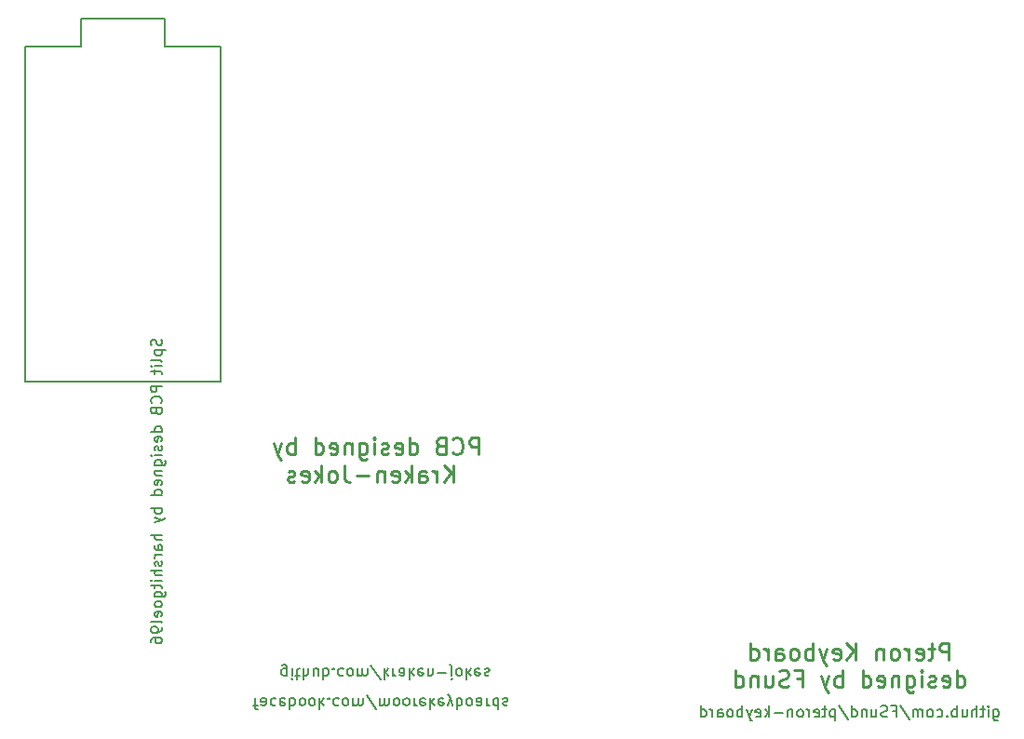
<source format=gbr>
%TF.GenerationSoftware,KiCad,Pcbnew,(5.1.7)-1*%
%TF.CreationDate,2021-04-13T17:15:28+05:30*%
%TF.ProjectId,Pteron56v0,50746572-6f6e-4353-9676-302e6b696361,rev?*%
%TF.SameCoordinates,Original*%
%TF.FileFunction,Legend,Bot*%
%TF.FilePolarity,Positive*%
%FSLAX46Y46*%
G04 Gerber Fmt 4.6, Leading zero omitted, Abs format (unit mm)*
G04 Created by KiCad (PCBNEW (5.1.7)-1) date 2021-04-13 17:15:28*
%MOMM*%
%LPD*%
G01*
G04 APERTURE LIST*
%ADD10C,0.250000*%
%ADD11C,0.150000*%
G04 APERTURE END LIST*
D10*
X131995428Y-81089571D02*
X131995428Y-79589571D01*
X131424000Y-79589571D01*
X131281142Y-79661000D01*
X131209714Y-79732428D01*
X131138285Y-79875285D01*
X131138285Y-80089571D01*
X131209714Y-80232428D01*
X131281142Y-80303857D01*
X131424000Y-80375285D01*
X131995428Y-80375285D01*
X129638285Y-80946714D02*
X129709714Y-81018142D01*
X129924000Y-81089571D01*
X130066857Y-81089571D01*
X130281142Y-81018142D01*
X130424000Y-80875285D01*
X130495428Y-80732428D01*
X130566857Y-80446714D01*
X130566857Y-80232428D01*
X130495428Y-79946714D01*
X130424000Y-79803857D01*
X130281142Y-79661000D01*
X130066857Y-79589571D01*
X129924000Y-79589571D01*
X129709714Y-79661000D01*
X129638285Y-79732428D01*
X128495428Y-80303857D02*
X128281142Y-80375285D01*
X128209714Y-80446714D01*
X128138285Y-80589571D01*
X128138285Y-80803857D01*
X128209714Y-80946714D01*
X128281142Y-81018142D01*
X128424000Y-81089571D01*
X128995428Y-81089571D01*
X128995428Y-79589571D01*
X128495428Y-79589571D01*
X128352571Y-79661000D01*
X128281142Y-79732428D01*
X128209714Y-79875285D01*
X128209714Y-80018142D01*
X128281142Y-80161000D01*
X128352571Y-80232428D01*
X128495428Y-80303857D01*
X128995428Y-80303857D01*
X125709714Y-81089571D02*
X125709714Y-79589571D01*
X125709714Y-81018142D02*
X125852571Y-81089571D01*
X126138285Y-81089571D01*
X126281142Y-81018142D01*
X126352571Y-80946714D01*
X126424000Y-80803857D01*
X126424000Y-80375285D01*
X126352571Y-80232428D01*
X126281142Y-80161000D01*
X126138285Y-80089571D01*
X125852571Y-80089571D01*
X125709714Y-80161000D01*
X124424000Y-81018142D02*
X124566857Y-81089571D01*
X124852571Y-81089571D01*
X124995428Y-81018142D01*
X125066857Y-80875285D01*
X125066857Y-80303857D01*
X124995428Y-80161000D01*
X124852571Y-80089571D01*
X124566857Y-80089571D01*
X124424000Y-80161000D01*
X124352571Y-80303857D01*
X124352571Y-80446714D01*
X125066857Y-80589571D01*
X123781142Y-81018142D02*
X123638285Y-81089571D01*
X123352571Y-81089571D01*
X123209714Y-81018142D01*
X123138285Y-80875285D01*
X123138285Y-80803857D01*
X123209714Y-80661000D01*
X123352571Y-80589571D01*
X123566857Y-80589571D01*
X123709714Y-80518142D01*
X123781142Y-80375285D01*
X123781142Y-80303857D01*
X123709714Y-80161000D01*
X123566857Y-80089571D01*
X123352571Y-80089571D01*
X123209714Y-80161000D01*
X122495428Y-81089571D02*
X122495428Y-80089571D01*
X122495428Y-79589571D02*
X122566857Y-79661000D01*
X122495428Y-79732428D01*
X122424000Y-79661000D01*
X122495428Y-79589571D01*
X122495428Y-79732428D01*
X121138285Y-80089571D02*
X121138285Y-81303857D01*
X121209714Y-81446714D01*
X121281142Y-81518142D01*
X121424000Y-81589571D01*
X121638285Y-81589571D01*
X121781142Y-81518142D01*
X121138285Y-81018142D02*
X121281142Y-81089571D01*
X121566857Y-81089571D01*
X121709714Y-81018142D01*
X121781142Y-80946714D01*
X121852571Y-80803857D01*
X121852571Y-80375285D01*
X121781142Y-80232428D01*
X121709714Y-80161000D01*
X121566857Y-80089571D01*
X121281142Y-80089571D01*
X121138285Y-80161000D01*
X120424000Y-80089571D02*
X120424000Y-81089571D01*
X120424000Y-80232428D02*
X120352571Y-80161000D01*
X120209714Y-80089571D01*
X119995428Y-80089571D01*
X119852571Y-80161000D01*
X119781142Y-80303857D01*
X119781142Y-81089571D01*
X118495428Y-81018142D02*
X118638285Y-81089571D01*
X118924000Y-81089571D01*
X119066857Y-81018142D01*
X119138285Y-80875285D01*
X119138285Y-80303857D01*
X119066857Y-80161000D01*
X118924000Y-80089571D01*
X118638285Y-80089571D01*
X118495428Y-80161000D01*
X118424000Y-80303857D01*
X118424000Y-80446714D01*
X119138285Y-80589571D01*
X117138285Y-81089571D02*
X117138285Y-79589571D01*
X117138285Y-81018142D02*
X117281142Y-81089571D01*
X117566857Y-81089571D01*
X117709714Y-81018142D01*
X117781142Y-80946714D01*
X117852571Y-80803857D01*
X117852571Y-80375285D01*
X117781142Y-80232428D01*
X117709714Y-80161000D01*
X117566857Y-80089571D01*
X117281142Y-80089571D01*
X117138285Y-80161000D01*
X115281142Y-81089571D02*
X115281142Y-79589571D01*
X115281142Y-80161000D02*
X115138285Y-80089571D01*
X114852571Y-80089571D01*
X114709714Y-80161000D01*
X114638285Y-80232428D01*
X114566857Y-80375285D01*
X114566857Y-80803857D01*
X114638285Y-80946714D01*
X114709714Y-81018142D01*
X114852571Y-81089571D01*
X115138285Y-81089571D01*
X115281142Y-81018142D01*
X114066857Y-80089571D02*
X113709714Y-81089571D01*
X113352571Y-80089571D02*
X113709714Y-81089571D01*
X113852571Y-81446714D01*
X113924000Y-81518142D01*
X114066857Y-81589571D01*
X129674000Y-83589571D02*
X129674000Y-82089571D01*
X128816857Y-83589571D02*
X129459714Y-82732428D01*
X128816857Y-82089571D02*
X129674000Y-82946714D01*
X128174000Y-83589571D02*
X128174000Y-82589571D01*
X128174000Y-82875285D02*
X128102571Y-82732428D01*
X128031142Y-82661000D01*
X127888285Y-82589571D01*
X127745428Y-82589571D01*
X126602571Y-83589571D02*
X126602571Y-82803857D01*
X126674000Y-82661000D01*
X126816857Y-82589571D01*
X127102571Y-82589571D01*
X127245428Y-82661000D01*
X126602571Y-83518142D02*
X126745428Y-83589571D01*
X127102571Y-83589571D01*
X127245428Y-83518142D01*
X127316857Y-83375285D01*
X127316857Y-83232428D01*
X127245428Y-83089571D01*
X127102571Y-83018142D01*
X126745428Y-83018142D01*
X126602571Y-82946714D01*
X125888285Y-83589571D02*
X125888285Y-82089571D01*
X125745428Y-83018142D02*
X125316857Y-83589571D01*
X125316857Y-82589571D02*
X125888285Y-83161000D01*
X124102571Y-83518142D02*
X124245428Y-83589571D01*
X124531142Y-83589571D01*
X124674000Y-83518142D01*
X124745428Y-83375285D01*
X124745428Y-82803857D01*
X124674000Y-82661000D01*
X124531142Y-82589571D01*
X124245428Y-82589571D01*
X124102571Y-82661000D01*
X124031142Y-82803857D01*
X124031142Y-82946714D01*
X124745428Y-83089571D01*
X123388285Y-82589571D02*
X123388285Y-83589571D01*
X123388285Y-82732428D02*
X123316857Y-82661000D01*
X123174000Y-82589571D01*
X122959714Y-82589571D01*
X122816857Y-82661000D01*
X122745428Y-82803857D01*
X122745428Y-83589571D01*
X122031142Y-83018142D02*
X120888285Y-83018142D01*
X119745428Y-82089571D02*
X119745428Y-83161000D01*
X119816857Y-83375285D01*
X119959714Y-83518142D01*
X120174000Y-83589571D01*
X120316857Y-83589571D01*
X118816857Y-83589571D02*
X118959714Y-83518142D01*
X119031142Y-83446714D01*
X119102571Y-83303857D01*
X119102571Y-82875285D01*
X119031142Y-82732428D01*
X118959714Y-82661000D01*
X118816857Y-82589571D01*
X118602571Y-82589571D01*
X118459714Y-82661000D01*
X118388285Y-82732428D01*
X118316857Y-82875285D01*
X118316857Y-83303857D01*
X118388285Y-83446714D01*
X118459714Y-83518142D01*
X118602571Y-83589571D01*
X118816857Y-83589571D01*
X117674000Y-83589571D02*
X117674000Y-82089571D01*
X117531142Y-83018142D02*
X117102571Y-83589571D01*
X117102571Y-82589571D02*
X117674000Y-83161000D01*
X115888285Y-83518142D02*
X116031142Y-83589571D01*
X116316857Y-83589571D01*
X116459714Y-83518142D01*
X116531142Y-83375285D01*
X116531142Y-82803857D01*
X116459714Y-82661000D01*
X116316857Y-82589571D01*
X116031142Y-82589571D01*
X115888285Y-82661000D01*
X115816857Y-82803857D01*
X115816857Y-82946714D01*
X116531142Y-83089571D01*
X115245428Y-83518142D02*
X115102571Y-83589571D01*
X114816857Y-83589571D01*
X114674000Y-83518142D01*
X114602571Y-83375285D01*
X114602571Y-83303857D01*
X114674000Y-83161000D01*
X114816857Y-83089571D01*
X115031142Y-83089571D01*
X115174000Y-83018142D01*
X115245428Y-82875285D01*
X115245428Y-82803857D01*
X115174000Y-82661000D01*
X115031142Y-82589571D01*
X114816857Y-82589571D01*
X114674000Y-82661000D01*
D11*
X103147761Y-70621666D02*
X103195380Y-70764523D01*
X103195380Y-71002619D01*
X103147761Y-71097857D01*
X103100142Y-71145476D01*
X103004904Y-71193095D01*
X102909666Y-71193095D01*
X102814428Y-71145476D01*
X102766809Y-71097857D01*
X102719190Y-71002619D01*
X102671571Y-70812142D01*
X102623952Y-70716904D01*
X102576333Y-70669285D01*
X102481095Y-70621666D01*
X102385857Y-70621666D01*
X102290619Y-70669285D01*
X102243000Y-70716904D01*
X102195380Y-70812142D01*
X102195380Y-71050238D01*
X102243000Y-71193095D01*
X102528714Y-71621666D02*
X103528714Y-71621666D01*
X102576333Y-71621666D02*
X102528714Y-71716904D01*
X102528714Y-71907380D01*
X102576333Y-72002619D01*
X102623952Y-72050238D01*
X102719190Y-72097857D01*
X103004904Y-72097857D01*
X103100142Y-72050238D01*
X103147761Y-72002619D01*
X103195380Y-71907380D01*
X103195380Y-71716904D01*
X103147761Y-71621666D01*
X103195380Y-72669285D02*
X103147761Y-72574047D01*
X103052523Y-72526428D01*
X102195380Y-72526428D01*
X103195380Y-73050238D02*
X102528714Y-73050238D01*
X102195380Y-73050238D02*
X102243000Y-73002619D01*
X102290619Y-73050238D01*
X102243000Y-73097857D01*
X102195380Y-73050238D01*
X102290619Y-73050238D01*
X102528714Y-73383571D02*
X102528714Y-73764523D01*
X102195380Y-73526428D02*
X103052523Y-73526428D01*
X103147761Y-73574047D01*
X103195380Y-73669285D01*
X103195380Y-73764523D01*
X103195380Y-74859761D02*
X102195380Y-74859761D01*
X102195380Y-75240714D01*
X102243000Y-75335952D01*
X102290619Y-75383571D01*
X102385857Y-75431190D01*
X102528714Y-75431190D01*
X102623952Y-75383571D01*
X102671571Y-75335952D01*
X102719190Y-75240714D01*
X102719190Y-74859761D01*
X103100142Y-76431190D02*
X103147761Y-76383571D01*
X103195380Y-76240714D01*
X103195380Y-76145476D01*
X103147761Y-76002619D01*
X103052523Y-75907380D01*
X102957285Y-75859761D01*
X102766809Y-75812142D01*
X102623952Y-75812142D01*
X102433476Y-75859761D01*
X102338238Y-75907380D01*
X102243000Y-76002619D01*
X102195380Y-76145476D01*
X102195380Y-76240714D01*
X102243000Y-76383571D01*
X102290619Y-76431190D01*
X102671571Y-77193095D02*
X102719190Y-77335952D01*
X102766809Y-77383571D01*
X102862047Y-77431190D01*
X103004904Y-77431190D01*
X103100142Y-77383571D01*
X103147761Y-77335952D01*
X103195380Y-77240714D01*
X103195380Y-76859761D01*
X102195380Y-76859761D01*
X102195380Y-77193095D01*
X102243000Y-77288333D01*
X102290619Y-77335952D01*
X102385857Y-77383571D01*
X102481095Y-77383571D01*
X102576333Y-77335952D01*
X102623952Y-77288333D01*
X102671571Y-77193095D01*
X102671571Y-76859761D01*
X103195380Y-79050238D02*
X102195380Y-79050238D01*
X103147761Y-79050238D02*
X103195380Y-78954999D01*
X103195380Y-78764523D01*
X103147761Y-78669285D01*
X103100142Y-78621666D01*
X103004904Y-78574047D01*
X102719190Y-78574047D01*
X102623952Y-78621666D01*
X102576333Y-78669285D01*
X102528714Y-78764523D01*
X102528714Y-78954999D01*
X102576333Y-79050238D01*
X103147761Y-79907380D02*
X103195380Y-79812142D01*
X103195380Y-79621666D01*
X103147761Y-79526428D01*
X103052523Y-79478809D01*
X102671571Y-79478809D01*
X102576333Y-79526428D01*
X102528714Y-79621666D01*
X102528714Y-79812142D01*
X102576333Y-79907380D01*
X102671571Y-79954999D01*
X102766809Y-79954999D01*
X102862047Y-79478809D01*
X103147761Y-80335952D02*
X103195380Y-80431190D01*
X103195380Y-80621666D01*
X103147761Y-80716904D01*
X103052523Y-80764523D01*
X103004904Y-80764523D01*
X102909666Y-80716904D01*
X102862047Y-80621666D01*
X102862047Y-80478809D01*
X102814428Y-80383571D01*
X102719190Y-80335952D01*
X102671571Y-80335952D01*
X102576333Y-80383571D01*
X102528714Y-80478809D01*
X102528714Y-80621666D01*
X102576333Y-80716904D01*
X103195380Y-81193095D02*
X102528714Y-81193095D01*
X102195380Y-81193095D02*
X102243000Y-81145476D01*
X102290619Y-81193095D01*
X102243000Y-81240714D01*
X102195380Y-81193095D01*
X102290619Y-81193095D01*
X102528714Y-82097857D02*
X103338238Y-82097857D01*
X103433476Y-82050238D01*
X103481095Y-82002619D01*
X103528714Y-81907380D01*
X103528714Y-81764523D01*
X103481095Y-81669285D01*
X103147761Y-82097857D02*
X103195380Y-82002619D01*
X103195380Y-81812142D01*
X103147761Y-81716904D01*
X103100142Y-81669285D01*
X103004904Y-81621666D01*
X102719190Y-81621666D01*
X102623952Y-81669285D01*
X102576333Y-81716904D01*
X102528714Y-81812142D01*
X102528714Y-82002619D01*
X102576333Y-82097857D01*
X102528714Y-82574047D02*
X103195380Y-82574047D01*
X102623952Y-82574047D02*
X102576333Y-82621666D01*
X102528714Y-82716904D01*
X102528714Y-82859761D01*
X102576333Y-82954999D01*
X102671571Y-83002619D01*
X103195380Y-83002619D01*
X103147761Y-83859761D02*
X103195380Y-83764523D01*
X103195380Y-83574047D01*
X103147761Y-83478809D01*
X103052523Y-83431190D01*
X102671571Y-83431190D01*
X102576333Y-83478809D01*
X102528714Y-83574047D01*
X102528714Y-83764523D01*
X102576333Y-83859761D01*
X102671571Y-83907380D01*
X102766809Y-83907380D01*
X102862047Y-83431190D01*
X103195380Y-84764523D02*
X102195380Y-84764523D01*
X103147761Y-84764523D02*
X103195380Y-84669285D01*
X103195380Y-84478809D01*
X103147761Y-84383571D01*
X103100142Y-84335952D01*
X103004904Y-84288333D01*
X102719190Y-84288333D01*
X102623952Y-84335952D01*
X102576333Y-84383571D01*
X102528714Y-84478809D01*
X102528714Y-84669285D01*
X102576333Y-84764523D01*
X103195380Y-86002619D02*
X102195380Y-86002619D01*
X102576333Y-86002619D02*
X102528714Y-86097857D01*
X102528714Y-86288333D01*
X102576333Y-86383571D01*
X102623952Y-86431190D01*
X102719190Y-86478809D01*
X103004904Y-86478809D01*
X103100142Y-86431190D01*
X103147761Y-86383571D01*
X103195380Y-86288333D01*
X103195380Y-86097857D01*
X103147761Y-86002619D01*
X102528714Y-86812142D02*
X103195380Y-87050238D01*
X102528714Y-87288333D02*
X103195380Y-87050238D01*
X103433476Y-86954999D01*
X103481095Y-86907380D01*
X103528714Y-86812142D01*
X103195380Y-88431190D02*
X102195380Y-88431190D01*
X103195380Y-88859761D02*
X102671571Y-88859761D01*
X102576333Y-88812142D01*
X102528714Y-88716904D01*
X102528714Y-88574047D01*
X102576333Y-88478809D01*
X102623952Y-88431190D01*
X103195380Y-89764523D02*
X102671571Y-89764523D01*
X102576333Y-89716904D01*
X102528714Y-89621666D01*
X102528714Y-89431190D01*
X102576333Y-89335952D01*
X103147761Y-89764523D02*
X103195380Y-89669285D01*
X103195380Y-89431190D01*
X103147761Y-89335952D01*
X103052523Y-89288333D01*
X102957285Y-89288333D01*
X102862047Y-89335952D01*
X102814428Y-89431190D01*
X102814428Y-89669285D01*
X102766809Y-89764523D01*
X103195380Y-90240714D02*
X102528714Y-90240714D01*
X102719190Y-90240714D02*
X102623952Y-90288333D01*
X102576333Y-90335952D01*
X102528714Y-90431190D01*
X102528714Y-90526428D01*
X103147761Y-90812142D02*
X103195380Y-90907380D01*
X103195380Y-91097857D01*
X103147761Y-91193095D01*
X103052523Y-91240714D01*
X103004904Y-91240714D01*
X102909666Y-91193095D01*
X102862047Y-91097857D01*
X102862047Y-90954999D01*
X102814428Y-90859761D01*
X102719190Y-90812142D01*
X102671571Y-90812142D01*
X102576333Y-90859761D01*
X102528714Y-90954999D01*
X102528714Y-91097857D01*
X102576333Y-91193095D01*
X103195380Y-91669285D02*
X102195380Y-91669285D01*
X103195380Y-92097857D02*
X102671571Y-92097857D01*
X102576333Y-92050238D01*
X102528714Y-91954999D01*
X102528714Y-91812142D01*
X102576333Y-91716904D01*
X102623952Y-91669285D01*
X103195380Y-92574047D02*
X102528714Y-92574047D01*
X102195380Y-92574047D02*
X102243000Y-92526428D01*
X102290619Y-92574047D01*
X102243000Y-92621666D01*
X102195380Y-92574047D01*
X102290619Y-92574047D01*
X102528714Y-92907380D02*
X102528714Y-93288333D01*
X102195380Y-93050238D02*
X103052523Y-93050238D01*
X103147761Y-93097857D01*
X103195380Y-93193095D01*
X103195380Y-93288333D01*
X102528714Y-94050238D02*
X103338238Y-94050238D01*
X103433476Y-94002619D01*
X103481095Y-93954999D01*
X103528714Y-93859761D01*
X103528714Y-93716904D01*
X103481095Y-93621666D01*
X103147761Y-94050238D02*
X103195380Y-93954999D01*
X103195380Y-93764523D01*
X103147761Y-93669285D01*
X103100142Y-93621666D01*
X103004904Y-93574047D01*
X102719190Y-93574047D01*
X102623952Y-93621666D01*
X102576333Y-93669285D01*
X102528714Y-93764523D01*
X102528714Y-93954999D01*
X102576333Y-94050238D01*
X103195380Y-94669285D02*
X103147761Y-94574047D01*
X103100142Y-94526428D01*
X103004904Y-94478809D01*
X102719190Y-94478809D01*
X102623952Y-94526428D01*
X102576333Y-94574047D01*
X102528714Y-94669285D01*
X102528714Y-94812142D01*
X102576333Y-94907380D01*
X102623952Y-94954999D01*
X102719190Y-95002619D01*
X103004904Y-95002619D01*
X103100142Y-94954999D01*
X103147761Y-94907380D01*
X103195380Y-94812142D01*
X103195380Y-94669285D01*
X103147761Y-95812142D02*
X103195380Y-95716904D01*
X103195380Y-95526428D01*
X103147761Y-95431190D01*
X103052523Y-95383571D01*
X102671571Y-95383571D01*
X102576333Y-95431190D01*
X102528714Y-95526428D01*
X102528714Y-95716904D01*
X102576333Y-95812142D01*
X102671571Y-95859761D01*
X102766809Y-95859761D01*
X102862047Y-95383571D01*
X103195380Y-96431190D02*
X103147761Y-96335952D01*
X103052523Y-96288333D01*
X102195380Y-96288333D01*
X103195380Y-96859761D02*
X103195380Y-97050238D01*
X103147761Y-97145476D01*
X103100142Y-97193095D01*
X102957285Y-97288333D01*
X102766809Y-97335952D01*
X102385857Y-97335952D01*
X102290619Y-97288333D01*
X102243000Y-97240714D01*
X102195380Y-97145476D01*
X102195380Y-96954999D01*
X102243000Y-96859761D01*
X102290619Y-96812142D01*
X102385857Y-96764523D01*
X102623952Y-96764523D01*
X102719190Y-96812142D01*
X102766809Y-96859761D01*
X102814428Y-96954999D01*
X102814428Y-97145476D01*
X102766809Y-97240714D01*
X102719190Y-97288333D01*
X102623952Y-97335952D01*
X102195380Y-98193095D02*
X102195380Y-98002619D01*
X102243000Y-97907380D01*
X102290619Y-97859761D01*
X102433476Y-97764523D01*
X102623952Y-97716904D01*
X103004904Y-97716904D01*
X103100142Y-97764523D01*
X103147761Y-97812142D01*
X103195380Y-97907380D01*
X103195380Y-98097857D01*
X103147761Y-98193095D01*
X103100142Y-98240714D01*
X103004904Y-98288333D01*
X102766809Y-98288333D01*
X102671571Y-98240714D01*
X102623952Y-98193095D01*
X102576333Y-98097857D01*
X102576333Y-97907380D01*
X102623952Y-97812142D01*
X102671571Y-97764523D01*
X102766809Y-97716904D01*
D10*
X174735000Y-99758571D02*
X174735000Y-98258571D01*
X174163571Y-98258571D01*
X174020714Y-98330000D01*
X173949285Y-98401428D01*
X173877857Y-98544285D01*
X173877857Y-98758571D01*
X173949285Y-98901428D01*
X174020714Y-98972857D01*
X174163571Y-99044285D01*
X174735000Y-99044285D01*
X173449285Y-98758571D02*
X172877857Y-98758571D01*
X173235000Y-98258571D02*
X173235000Y-99544285D01*
X173163571Y-99687142D01*
X173020714Y-99758571D01*
X172877857Y-99758571D01*
X171806428Y-99687142D02*
X171949285Y-99758571D01*
X172235000Y-99758571D01*
X172377857Y-99687142D01*
X172449285Y-99544285D01*
X172449285Y-98972857D01*
X172377857Y-98830000D01*
X172235000Y-98758571D01*
X171949285Y-98758571D01*
X171806428Y-98830000D01*
X171735000Y-98972857D01*
X171735000Y-99115714D01*
X172449285Y-99258571D01*
X171092142Y-99758571D02*
X171092142Y-98758571D01*
X171092142Y-99044285D02*
X171020714Y-98901428D01*
X170949285Y-98830000D01*
X170806428Y-98758571D01*
X170663571Y-98758571D01*
X169949285Y-99758571D02*
X170092142Y-99687142D01*
X170163571Y-99615714D01*
X170235000Y-99472857D01*
X170235000Y-99044285D01*
X170163571Y-98901428D01*
X170092142Y-98830000D01*
X169949285Y-98758571D01*
X169735000Y-98758571D01*
X169592142Y-98830000D01*
X169520714Y-98901428D01*
X169449285Y-99044285D01*
X169449285Y-99472857D01*
X169520714Y-99615714D01*
X169592142Y-99687142D01*
X169735000Y-99758571D01*
X169949285Y-99758571D01*
X168806428Y-98758571D02*
X168806428Y-99758571D01*
X168806428Y-98901428D02*
X168735000Y-98830000D01*
X168592142Y-98758571D01*
X168377857Y-98758571D01*
X168235000Y-98830000D01*
X168163571Y-98972857D01*
X168163571Y-99758571D01*
X166306428Y-99758571D02*
X166306428Y-98258571D01*
X165449285Y-99758571D02*
X166092142Y-98901428D01*
X165449285Y-98258571D02*
X166306428Y-99115714D01*
X164235000Y-99687142D02*
X164377857Y-99758571D01*
X164663571Y-99758571D01*
X164806428Y-99687142D01*
X164877857Y-99544285D01*
X164877857Y-98972857D01*
X164806428Y-98830000D01*
X164663571Y-98758571D01*
X164377857Y-98758571D01*
X164235000Y-98830000D01*
X164163571Y-98972857D01*
X164163571Y-99115714D01*
X164877857Y-99258571D01*
X163663571Y-98758571D02*
X163306428Y-99758571D01*
X162949285Y-98758571D02*
X163306428Y-99758571D01*
X163449285Y-100115714D01*
X163520714Y-100187142D01*
X163663571Y-100258571D01*
X162377857Y-99758571D02*
X162377857Y-98258571D01*
X162377857Y-98830000D02*
X162235000Y-98758571D01*
X161949285Y-98758571D01*
X161806428Y-98830000D01*
X161735000Y-98901428D01*
X161663571Y-99044285D01*
X161663571Y-99472857D01*
X161735000Y-99615714D01*
X161806428Y-99687142D01*
X161949285Y-99758571D01*
X162235000Y-99758571D01*
X162377857Y-99687142D01*
X160806428Y-99758571D02*
X160949285Y-99687142D01*
X161020714Y-99615714D01*
X161092142Y-99472857D01*
X161092142Y-99044285D01*
X161020714Y-98901428D01*
X160949285Y-98830000D01*
X160806428Y-98758571D01*
X160592142Y-98758571D01*
X160449285Y-98830000D01*
X160377857Y-98901428D01*
X160306428Y-99044285D01*
X160306428Y-99472857D01*
X160377857Y-99615714D01*
X160449285Y-99687142D01*
X160592142Y-99758571D01*
X160806428Y-99758571D01*
X159020714Y-99758571D02*
X159020714Y-98972857D01*
X159092142Y-98830000D01*
X159235000Y-98758571D01*
X159520714Y-98758571D01*
X159663571Y-98830000D01*
X159020714Y-99687142D02*
X159163571Y-99758571D01*
X159520714Y-99758571D01*
X159663571Y-99687142D01*
X159735000Y-99544285D01*
X159735000Y-99401428D01*
X159663571Y-99258571D01*
X159520714Y-99187142D01*
X159163571Y-99187142D01*
X159020714Y-99115714D01*
X158306428Y-99758571D02*
X158306428Y-98758571D01*
X158306428Y-99044285D02*
X158235000Y-98901428D01*
X158163571Y-98830000D01*
X158020714Y-98758571D01*
X157877857Y-98758571D01*
X156735000Y-99758571D02*
X156735000Y-98258571D01*
X156735000Y-99687142D02*
X156877857Y-99758571D01*
X157163571Y-99758571D01*
X157306428Y-99687142D01*
X157377857Y-99615714D01*
X157449285Y-99472857D01*
X157449285Y-99044285D01*
X157377857Y-98901428D01*
X157306428Y-98830000D01*
X157163571Y-98758571D01*
X156877857Y-98758571D01*
X156735000Y-98830000D01*
X175485000Y-102258571D02*
X175485000Y-100758571D01*
X175485000Y-102187142D02*
X175627857Y-102258571D01*
X175913571Y-102258571D01*
X176056428Y-102187142D01*
X176127857Y-102115714D01*
X176199285Y-101972857D01*
X176199285Y-101544285D01*
X176127857Y-101401428D01*
X176056428Y-101330000D01*
X175913571Y-101258571D01*
X175627857Y-101258571D01*
X175485000Y-101330000D01*
X174199285Y-102187142D02*
X174342142Y-102258571D01*
X174627857Y-102258571D01*
X174770714Y-102187142D01*
X174842142Y-102044285D01*
X174842142Y-101472857D01*
X174770714Y-101330000D01*
X174627857Y-101258571D01*
X174342142Y-101258571D01*
X174199285Y-101330000D01*
X174127857Y-101472857D01*
X174127857Y-101615714D01*
X174842142Y-101758571D01*
X173556428Y-102187142D02*
X173413571Y-102258571D01*
X173127857Y-102258571D01*
X172985000Y-102187142D01*
X172913571Y-102044285D01*
X172913571Y-101972857D01*
X172985000Y-101830000D01*
X173127857Y-101758571D01*
X173342142Y-101758571D01*
X173485000Y-101687142D01*
X173556428Y-101544285D01*
X173556428Y-101472857D01*
X173485000Y-101330000D01*
X173342142Y-101258571D01*
X173127857Y-101258571D01*
X172985000Y-101330000D01*
X172270714Y-102258571D02*
X172270714Y-101258571D01*
X172270714Y-100758571D02*
X172342142Y-100830000D01*
X172270714Y-100901428D01*
X172199285Y-100830000D01*
X172270714Y-100758571D01*
X172270714Y-100901428D01*
X170913571Y-101258571D02*
X170913571Y-102472857D01*
X170985000Y-102615714D01*
X171056428Y-102687142D01*
X171199285Y-102758571D01*
X171413571Y-102758571D01*
X171556428Y-102687142D01*
X170913571Y-102187142D02*
X171056428Y-102258571D01*
X171342142Y-102258571D01*
X171485000Y-102187142D01*
X171556428Y-102115714D01*
X171627857Y-101972857D01*
X171627857Y-101544285D01*
X171556428Y-101401428D01*
X171485000Y-101330000D01*
X171342142Y-101258571D01*
X171056428Y-101258571D01*
X170913571Y-101330000D01*
X170199285Y-101258571D02*
X170199285Y-102258571D01*
X170199285Y-101401428D02*
X170127857Y-101330000D01*
X169985000Y-101258571D01*
X169770714Y-101258571D01*
X169627857Y-101330000D01*
X169556428Y-101472857D01*
X169556428Y-102258571D01*
X168270714Y-102187142D02*
X168413571Y-102258571D01*
X168699285Y-102258571D01*
X168842142Y-102187142D01*
X168913571Y-102044285D01*
X168913571Y-101472857D01*
X168842142Y-101330000D01*
X168699285Y-101258571D01*
X168413571Y-101258571D01*
X168270714Y-101330000D01*
X168199285Y-101472857D01*
X168199285Y-101615714D01*
X168913571Y-101758571D01*
X166913571Y-102258571D02*
X166913571Y-100758571D01*
X166913571Y-102187142D02*
X167056428Y-102258571D01*
X167342142Y-102258571D01*
X167485000Y-102187142D01*
X167556428Y-102115714D01*
X167627857Y-101972857D01*
X167627857Y-101544285D01*
X167556428Y-101401428D01*
X167485000Y-101330000D01*
X167342142Y-101258571D01*
X167056428Y-101258571D01*
X166913571Y-101330000D01*
X165056428Y-102258571D02*
X165056428Y-100758571D01*
X165056428Y-101330000D02*
X164913571Y-101258571D01*
X164627857Y-101258571D01*
X164485000Y-101330000D01*
X164413571Y-101401428D01*
X164342142Y-101544285D01*
X164342142Y-101972857D01*
X164413571Y-102115714D01*
X164485000Y-102187142D01*
X164627857Y-102258571D01*
X164913571Y-102258571D01*
X165056428Y-102187142D01*
X163842142Y-101258571D02*
X163485000Y-102258571D01*
X163127857Y-101258571D02*
X163485000Y-102258571D01*
X163627857Y-102615714D01*
X163699285Y-102687142D01*
X163842142Y-102758571D01*
X160913571Y-101472857D02*
X161413571Y-101472857D01*
X161413571Y-102258571D02*
X161413571Y-100758571D01*
X160699285Y-100758571D01*
X160199285Y-102187142D02*
X159985000Y-102258571D01*
X159627857Y-102258571D01*
X159485000Y-102187142D01*
X159413571Y-102115714D01*
X159342142Y-101972857D01*
X159342142Y-101830000D01*
X159413571Y-101687142D01*
X159485000Y-101615714D01*
X159627857Y-101544285D01*
X159913571Y-101472857D01*
X160056428Y-101401428D01*
X160127857Y-101330000D01*
X160199285Y-101187142D01*
X160199285Y-101044285D01*
X160127857Y-100901428D01*
X160056428Y-100830000D01*
X159913571Y-100758571D01*
X159556428Y-100758571D01*
X159342142Y-100830000D01*
X158056428Y-101258571D02*
X158056428Y-102258571D01*
X158699285Y-101258571D02*
X158699285Y-102044285D01*
X158627857Y-102187142D01*
X158485000Y-102258571D01*
X158270714Y-102258571D01*
X158127857Y-102187142D01*
X158056428Y-102115714D01*
X157342142Y-101258571D02*
X157342142Y-102258571D01*
X157342142Y-101401428D02*
X157270714Y-101330000D01*
X157127857Y-101258571D01*
X156913571Y-101258571D01*
X156770714Y-101330000D01*
X156699285Y-101472857D01*
X156699285Y-102258571D01*
X155342142Y-102258571D02*
X155342142Y-100758571D01*
X155342142Y-102187142D02*
X155485000Y-102258571D01*
X155770714Y-102258571D01*
X155913571Y-102187142D01*
X155985000Y-102115714D01*
X156056428Y-101972857D01*
X156056428Y-101544285D01*
X155985000Y-101401428D01*
X155913571Y-101330000D01*
X155770714Y-101258571D01*
X155485000Y-101258571D01*
X155342142Y-101330000D01*
D11*
X114531309Y-101217385D02*
X114531309Y-100407861D01*
X114483690Y-100312623D01*
X114436071Y-100265004D01*
X114340833Y-100217385D01*
X114197976Y-100217385D01*
X114102738Y-100265004D01*
X114531309Y-100598338D02*
X114436071Y-100550719D01*
X114245595Y-100550719D01*
X114150357Y-100598338D01*
X114102738Y-100645957D01*
X114055119Y-100741195D01*
X114055119Y-101026909D01*
X114102738Y-101122147D01*
X114150357Y-101169766D01*
X114245595Y-101217385D01*
X114436071Y-101217385D01*
X114531309Y-101169766D01*
X115007500Y-100550719D02*
X115007500Y-101217385D01*
X115007500Y-101550719D02*
X114959880Y-101503100D01*
X115007500Y-101455480D01*
X115055119Y-101503100D01*
X115007500Y-101550719D01*
X115007500Y-101455480D01*
X115340833Y-101217385D02*
X115721785Y-101217385D01*
X115483690Y-101550719D02*
X115483690Y-100693576D01*
X115531309Y-100598338D01*
X115626547Y-100550719D01*
X115721785Y-100550719D01*
X116055119Y-100550719D02*
X116055119Y-101550719D01*
X116483690Y-100550719D02*
X116483690Y-101074528D01*
X116436071Y-101169766D01*
X116340833Y-101217385D01*
X116197976Y-101217385D01*
X116102738Y-101169766D01*
X116055119Y-101122147D01*
X117388452Y-101217385D02*
X117388452Y-100550719D01*
X116959880Y-101217385D02*
X116959880Y-100693576D01*
X117007500Y-100598338D01*
X117102738Y-100550719D01*
X117245595Y-100550719D01*
X117340833Y-100598338D01*
X117388452Y-100645957D01*
X117864642Y-100550719D02*
X117864642Y-101550719D01*
X117864642Y-101169766D02*
X117959880Y-101217385D01*
X118150357Y-101217385D01*
X118245595Y-101169766D01*
X118293214Y-101122147D01*
X118340833Y-101026909D01*
X118340833Y-100741195D01*
X118293214Y-100645957D01*
X118245595Y-100598338D01*
X118150357Y-100550719D01*
X117959880Y-100550719D01*
X117864642Y-100598338D01*
X118769404Y-100645957D02*
X118817023Y-100598338D01*
X118769404Y-100550719D01*
X118721785Y-100598338D01*
X118769404Y-100645957D01*
X118769404Y-100550719D01*
X119674166Y-100598338D02*
X119578928Y-100550719D01*
X119388452Y-100550719D01*
X119293214Y-100598338D01*
X119245595Y-100645957D01*
X119197976Y-100741195D01*
X119197976Y-101026909D01*
X119245595Y-101122147D01*
X119293214Y-101169766D01*
X119388452Y-101217385D01*
X119578928Y-101217385D01*
X119674166Y-101169766D01*
X120245595Y-100550719D02*
X120150357Y-100598338D01*
X120102738Y-100645957D01*
X120055119Y-100741195D01*
X120055119Y-101026909D01*
X120102738Y-101122147D01*
X120150357Y-101169766D01*
X120245595Y-101217385D01*
X120388452Y-101217385D01*
X120483690Y-101169766D01*
X120531309Y-101122147D01*
X120578928Y-101026909D01*
X120578928Y-100741195D01*
X120531309Y-100645957D01*
X120483690Y-100598338D01*
X120388452Y-100550719D01*
X120245595Y-100550719D01*
X121007500Y-100550719D02*
X121007500Y-101217385D01*
X121007500Y-101122147D02*
X121055119Y-101169766D01*
X121150357Y-101217385D01*
X121293214Y-101217385D01*
X121388452Y-101169766D01*
X121436071Y-101074528D01*
X121436071Y-100550719D01*
X121436071Y-101074528D02*
X121483690Y-101169766D01*
X121578928Y-101217385D01*
X121721785Y-101217385D01*
X121817023Y-101169766D01*
X121864642Y-101074528D01*
X121864642Y-100550719D01*
X123055119Y-101598338D02*
X122197976Y-100312623D01*
X123388452Y-100550719D02*
X123388452Y-101550719D01*
X123483690Y-100931671D02*
X123769404Y-100550719D01*
X123769404Y-101217385D02*
X123388452Y-100836433D01*
X124197976Y-100550719D02*
X124197976Y-101217385D01*
X124197976Y-101026909D02*
X124245595Y-101122147D01*
X124293214Y-101169766D01*
X124388452Y-101217385D01*
X124483690Y-101217385D01*
X125245595Y-100550719D02*
X125245595Y-101074528D01*
X125197976Y-101169766D01*
X125102738Y-101217385D01*
X124912261Y-101217385D01*
X124817023Y-101169766D01*
X125245595Y-100598338D02*
X125150357Y-100550719D01*
X124912261Y-100550719D01*
X124817023Y-100598338D01*
X124769404Y-100693576D01*
X124769404Y-100788814D01*
X124817023Y-100884052D01*
X124912261Y-100931671D01*
X125150357Y-100931671D01*
X125245595Y-100979290D01*
X125721785Y-100550719D02*
X125721785Y-101550719D01*
X125817023Y-100931671D02*
X126102738Y-100550719D01*
X126102738Y-101217385D02*
X125721785Y-100836433D01*
X126912261Y-100598338D02*
X126817023Y-100550719D01*
X126626547Y-100550719D01*
X126531309Y-100598338D01*
X126483690Y-100693576D01*
X126483690Y-101074528D01*
X126531309Y-101169766D01*
X126626547Y-101217385D01*
X126817023Y-101217385D01*
X126912261Y-101169766D01*
X126959880Y-101074528D01*
X126959880Y-100979290D01*
X126483690Y-100884052D01*
X127388452Y-101217385D02*
X127388452Y-100550719D01*
X127388452Y-101122147D02*
X127436071Y-101169766D01*
X127531309Y-101217385D01*
X127674166Y-101217385D01*
X127769404Y-101169766D01*
X127817023Y-101074528D01*
X127817023Y-100550719D01*
X128293214Y-100931671D02*
X129055119Y-100931671D01*
X129531309Y-101217385D02*
X129531309Y-100360242D01*
X129483690Y-100265004D01*
X129388452Y-100217385D01*
X129340833Y-100217385D01*
X129531309Y-101550719D02*
X129483690Y-101503100D01*
X129531309Y-101455480D01*
X129578928Y-101503100D01*
X129531309Y-101550719D01*
X129531309Y-101455480D01*
X130150357Y-100550719D02*
X130055119Y-100598338D01*
X130007500Y-100645957D01*
X129959880Y-100741195D01*
X129959880Y-101026909D01*
X130007500Y-101122147D01*
X130055119Y-101169766D01*
X130150357Y-101217385D01*
X130293214Y-101217385D01*
X130388452Y-101169766D01*
X130436071Y-101122147D01*
X130483690Y-101026909D01*
X130483690Y-100741195D01*
X130436071Y-100645957D01*
X130388452Y-100598338D01*
X130293214Y-100550719D01*
X130150357Y-100550719D01*
X130912261Y-100550719D02*
X130912261Y-101550719D01*
X131007500Y-100931671D02*
X131293214Y-100550719D01*
X131293214Y-101217385D02*
X130912261Y-100836433D01*
X132102738Y-100598338D02*
X132007500Y-100550719D01*
X131817023Y-100550719D01*
X131721785Y-100598338D01*
X131674166Y-100693576D01*
X131674166Y-101074528D01*
X131721785Y-101169766D01*
X131817023Y-101217385D01*
X132007500Y-101217385D01*
X132102738Y-101169766D01*
X132150357Y-101074528D01*
X132150357Y-100979290D01*
X131674166Y-100884052D01*
X132531309Y-100598338D02*
X132626547Y-100550719D01*
X132817023Y-100550719D01*
X132912261Y-100598338D01*
X132959880Y-100693576D01*
X132959880Y-100741195D01*
X132912261Y-100836433D01*
X132817023Y-100884052D01*
X132674166Y-100884052D01*
X132578928Y-100931671D01*
X132531309Y-101026909D01*
X132531309Y-101074528D01*
X132578928Y-101169766D01*
X132674166Y-101217385D01*
X132817023Y-101217385D01*
X132912261Y-101169766D01*
X178830238Y-104306714D02*
X178830238Y-105116238D01*
X178877857Y-105211476D01*
X178925476Y-105259095D01*
X179020714Y-105306714D01*
X179163571Y-105306714D01*
X179258809Y-105259095D01*
X178830238Y-104925761D02*
X178925476Y-104973380D01*
X179115952Y-104973380D01*
X179211190Y-104925761D01*
X179258809Y-104878142D01*
X179306428Y-104782904D01*
X179306428Y-104497190D01*
X179258809Y-104401952D01*
X179211190Y-104354333D01*
X179115952Y-104306714D01*
X178925476Y-104306714D01*
X178830238Y-104354333D01*
X178354047Y-104973380D02*
X178354047Y-104306714D01*
X178354047Y-103973380D02*
X178401666Y-104021000D01*
X178354047Y-104068619D01*
X178306428Y-104021000D01*
X178354047Y-103973380D01*
X178354047Y-104068619D01*
X178020714Y-104306714D02*
X177639761Y-104306714D01*
X177877857Y-103973380D02*
X177877857Y-104830523D01*
X177830238Y-104925761D01*
X177735000Y-104973380D01*
X177639761Y-104973380D01*
X177306428Y-104973380D02*
X177306428Y-103973380D01*
X176877857Y-104973380D02*
X176877857Y-104449571D01*
X176925476Y-104354333D01*
X177020714Y-104306714D01*
X177163571Y-104306714D01*
X177258809Y-104354333D01*
X177306428Y-104401952D01*
X175973095Y-104306714D02*
X175973095Y-104973380D01*
X176401666Y-104306714D02*
X176401666Y-104830523D01*
X176354047Y-104925761D01*
X176258809Y-104973380D01*
X176115952Y-104973380D01*
X176020714Y-104925761D01*
X175973095Y-104878142D01*
X175496904Y-104973380D02*
X175496904Y-103973380D01*
X175496904Y-104354333D02*
X175401666Y-104306714D01*
X175211190Y-104306714D01*
X175115952Y-104354333D01*
X175068333Y-104401952D01*
X175020714Y-104497190D01*
X175020714Y-104782904D01*
X175068333Y-104878142D01*
X175115952Y-104925761D01*
X175211190Y-104973380D01*
X175401666Y-104973380D01*
X175496904Y-104925761D01*
X174592142Y-104878142D02*
X174544523Y-104925761D01*
X174592142Y-104973380D01*
X174639761Y-104925761D01*
X174592142Y-104878142D01*
X174592142Y-104973380D01*
X173687380Y-104925761D02*
X173782619Y-104973380D01*
X173973095Y-104973380D01*
X174068333Y-104925761D01*
X174115952Y-104878142D01*
X174163571Y-104782904D01*
X174163571Y-104497190D01*
X174115952Y-104401952D01*
X174068333Y-104354333D01*
X173973095Y-104306714D01*
X173782619Y-104306714D01*
X173687380Y-104354333D01*
X173115952Y-104973380D02*
X173211190Y-104925761D01*
X173258809Y-104878142D01*
X173306428Y-104782904D01*
X173306428Y-104497190D01*
X173258809Y-104401952D01*
X173211190Y-104354333D01*
X173115952Y-104306714D01*
X172973095Y-104306714D01*
X172877857Y-104354333D01*
X172830238Y-104401952D01*
X172782619Y-104497190D01*
X172782619Y-104782904D01*
X172830238Y-104878142D01*
X172877857Y-104925761D01*
X172973095Y-104973380D01*
X173115952Y-104973380D01*
X172354047Y-104973380D02*
X172354047Y-104306714D01*
X172354047Y-104401952D02*
X172306428Y-104354333D01*
X172211190Y-104306714D01*
X172068333Y-104306714D01*
X171973095Y-104354333D01*
X171925476Y-104449571D01*
X171925476Y-104973380D01*
X171925476Y-104449571D02*
X171877857Y-104354333D01*
X171782619Y-104306714D01*
X171639761Y-104306714D01*
X171544523Y-104354333D01*
X171496904Y-104449571D01*
X171496904Y-104973380D01*
X170306428Y-103925761D02*
X171163571Y-105211476D01*
X169639761Y-104449571D02*
X169973095Y-104449571D01*
X169973095Y-104973380D02*
X169973095Y-103973380D01*
X169496904Y-103973380D01*
X169163571Y-104925761D02*
X169020714Y-104973380D01*
X168782619Y-104973380D01*
X168687380Y-104925761D01*
X168639761Y-104878142D01*
X168592142Y-104782904D01*
X168592142Y-104687666D01*
X168639761Y-104592428D01*
X168687380Y-104544809D01*
X168782619Y-104497190D01*
X168973095Y-104449571D01*
X169068333Y-104401952D01*
X169115952Y-104354333D01*
X169163571Y-104259095D01*
X169163571Y-104163857D01*
X169115952Y-104068619D01*
X169068333Y-104021000D01*
X168973095Y-103973380D01*
X168735000Y-103973380D01*
X168592142Y-104021000D01*
X167735000Y-104306714D02*
X167735000Y-104973380D01*
X168163571Y-104306714D02*
X168163571Y-104830523D01*
X168115952Y-104925761D01*
X168020714Y-104973380D01*
X167877857Y-104973380D01*
X167782619Y-104925761D01*
X167735000Y-104878142D01*
X167258809Y-104306714D02*
X167258809Y-104973380D01*
X167258809Y-104401952D02*
X167211190Y-104354333D01*
X167115952Y-104306714D01*
X166973095Y-104306714D01*
X166877857Y-104354333D01*
X166830238Y-104449571D01*
X166830238Y-104973380D01*
X165925476Y-104973380D02*
X165925476Y-103973380D01*
X165925476Y-104925761D02*
X166020714Y-104973380D01*
X166211190Y-104973380D01*
X166306428Y-104925761D01*
X166354047Y-104878142D01*
X166401666Y-104782904D01*
X166401666Y-104497190D01*
X166354047Y-104401952D01*
X166306428Y-104354333D01*
X166211190Y-104306714D01*
X166020714Y-104306714D01*
X165925476Y-104354333D01*
X164735000Y-103925761D02*
X165592142Y-105211476D01*
X164401666Y-104306714D02*
X164401666Y-105306714D01*
X164401666Y-104354333D02*
X164306428Y-104306714D01*
X164115952Y-104306714D01*
X164020714Y-104354333D01*
X163973095Y-104401952D01*
X163925476Y-104497190D01*
X163925476Y-104782904D01*
X163973095Y-104878142D01*
X164020714Y-104925761D01*
X164115952Y-104973380D01*
X164306428Y-104973380D01*
X164401666Y-104925761D01*
X163639761Y-104306714D02*
X163258809Y-104306714D01*
X163496904Y-103973380D02*
X163496904Y-104830523D01*
X163449285Y-104925761D01*
X163354047Y-104973380D01*
X163258809Y-104973380D01*
X162544523Y-104925761D02*
X162639761Y-104973380D01*
X162830238Y-104973380D01*
X162925476Y-104925761D01*
X162973095Y-104830523D01*
X162973095Y-104449571D01*
X162925476Y-104354333D01*
X162830238Y-104306714D01*
X162639761Y-104306714D01*
X162544523Y-104354333D01*
X162496904Y-104449571D01*
X162496904Y-104544809D01*
X162973095Y-104640047D01*
X162068333Y-104973380D02*
X162068333Y-104306714D01*
X162068333Y-104497190D02*
X162020714Y-104401952D01*
X161973095Y-104354333D01*
X161877857Y-104306714D01*
X161782619Y-104306714D01*
X161306428Y-104973380D02*
X161401666Y-104925761D01*
X161449285Y-104878142D01*
X161496904Y-104782904D01*
X161496904Y-104497190D01*
X161449285Y-104401952D01*
X161401666Y-104354333D01*
X161306428Y-104306714D01*
X161163571Y-104306714D01*
X161068333Y-104354333D01*
X161020714Y-104401952D01*
X160973095Y-104497190D01*
X160973095Y-104782904D01*
X161020714Y-104878142D01*
X161068333Y-104925761D01*
X161163571Y-104973380D01*
X161306428Y-104973380D01*
X160544523Y-104306714D02*
X160544523Y-104973380D01*
X160544523Y-104401952D02*
X160496904Y-104354333D01*
X160401666Y-104306714D01*
X160258809Y-104306714D01*
X160163571Y-104354333D01*
X160115952Y-104449571D01*
X160115952Y-104973380D01*
X159639761Y-104592428D02*
X158877857Y-104592428D01*
X158401666Y-104973380D02*
X158401666Y-103973380D01*
X158306428Y-104592428D02*
X158020714Y-104973380D01*
X158020714Y-104306714D02*
X158401666Y-104687666D01*
X157211190Y-104925761D02*
X157306428Y-104973380D01*
X157496904Y-104973380D01*
X157592142Y-104925761D01*
X157639761Y-104830523D01*
X157639761Y-104449571D01*
X157592142Y-104354333D01*
X157496904Y-104306714D01*
X157306428Y-104306714D01*
X157211190Y-104354333D01*
X157163571Y-104449571D01*
X157163571Y-104544809D01*
X157639761Y-104640047D01*
X156830238Y-104306714D02*
X156592142Y-104973380D01*
X156354047Y-104306714D02*
X156592142Y-104973380D01*
X156687380Y-105211476D01*
X156735000Y-105259095D01*
X156830238Y-105306714D01*
X155973095Y-104973380D02*
X155973095Y-103973380D01*
X155973095Y-104354333D02*
X155877857Y-104306714D01*
X155687380Y-104306714D01*
X155592142Y-104354333D01*
X155544523Y-104401952D01*
X155496904Y-104497190D01*
X155496904Y-104782904D01*
X155544523Y-104878142D01*
X155592142Y-104925761D01*
X155687380Y-104973380D01*
X155877857Y-104973380D01*
X155973095Y-104925761D01*
X154925476Y-104973380D02*
X155020714Y-104925761D01*
X155068333Y-104878142D01*
X155115952Y-104782904D01*
X155115952Y-104497190D01*
X155068333Y-104401952D01*
X155020714Y-104354333D01*
X154925476Y-104306714D01*
X154782619Y-104306714D01*
X154687380Y-104354333D01*
X154639761Y-104401952D01*
X154592142Y-104497190D01*
X154592142Y-104782904D01*
X154639761Y-104878142D01*
X154687380Y-104925761D01*
X154782619Y-104973380D01*
X154925476Y-104973380D01*
X153735000Y-104973380D02*
X153735000Y-104449571D01*
X153782619Y-104354333D01*
X153877857Y-104306714D01*
X154068333Y-104306714D01*
X154163571Y-104354333D01*
X153735000Y-104925761D02*
X153830238Y-104973380D01*
X154068333Y-104973380D01*
X154163571Y-104925761D01*
X154211190Y-104830523D01*
X154211190Y-104735285D01*
X154163571Y-104640047D01*
X154068333Y-104592428D01*
X153830238Y-104592428D01*
X153735000Y-104544809D01*
X153258809Y-104973380D02*
X153258809Y-104306714D01*
X153258809Y-104497190D02*
X153211190Y-104401952D01*
X153163571Y-104354333D01*
X153068333Y-104306714D01*
X152973095Y-104306714D01*
X152211190Y-104973380D02*
X152211190Y-103973380D01*
X152211190Y-104925761D02*
X152306428Y-104973380D01*
X152496904Y-104973380D01*
X152592142Y-104925761D01*
X152639761Y-104878142D01*
X152687380Y-104782904D01*
X152687380Y-104497190D01*
X152639761Y-104401952D01*
X152592142Y-104354333D01*
X152496904Y-104306714D01*
X152306428Y-104306714D01*
X152211190Y-104354333D01*
X111494752Y-103922485D02*
X111875704Y-103922485D01*
X111637609Y-103255819D02*
X111637609Y-104112961D01*
X111685228Y-104208200D01*
X111780466Y-104255819D01*
X111875704Y-104255819D01*
X112637609Y-103255819D02*
X112637609Y-103779628D01*
X112589990Y-103874866D01*
X112494752Y-103922485D01*
X112304276Y-103922485D01*
X112209038Y-103874866D01*
X112637609Y-103303438D02*
X112542371Y-103255819D01*
X112304276Y-103255819D01*
X112209038Y-103303438D01*
X112161419Y-103398676D01*
X112161419Y-103493914D01*
X112209038Y-103589152D01*
X112304276Y-103636771D01*
X112542371Y-103636771D01*
X112637609Y-103684390D01*
X113542371Y-103303438D02*
X113447133Y-103255819D01*
X113256657Y-103255819D01*
X113161419Y-103303438D01*
X113113800Y-103351057D01*
X113066180Y-103446295D01*
X113066180Y-103732009D01*
X113113800Y-103827247D01*
X113161419Y-103874866D01*
X113256657Y-103922485D01*
X113447133Y-103922485D01*
X113542371Y-103874866D01*
X114351895Y-103303438D02*
X114256657Y-103255819D01*
X114066180Y-103255819D01*
X113970942Y-103303438D01*
X113923323Y-103398676D01*
X113923323Y-103779628D01*
X113970942Y-103874866D01*
X114066180Y-103922485D01*
X114256657Y-103922485D01*
X114351895Y-103874866D01*
X114399514Y-103779628D01*
X114399514Y-103684390D01*
X113923323Y-103589152D01*
X114828085Y-103255819D02*
X114828085Y-104255819D01*
X114828085Y-103874866D02*
X114923323Y-103922485D01*
X115113800Y-103922485D01*
X115209038Y-103874866D01*
X115256657Y-103827247D01*
X115304276Y-103732009D01*
X115304276Y-103446295D01*
X115256657Y-103351057D01*
X115209038Y-103303438D01*
X115113800Y-103255819D01*
X114923323Y-103255819D01*
X114828085Y-103303438D01*
X115875704Y-103255819D02*
X115780466Y-103303438D01*
X115732847Y-103351057D01*
X115685228Y-103446295D01*
X115685228Y-103732009D01*
X115732847Y-103827247D01*
X115780466Y-103874866D01*
X115875704Y-103922485D01*
X116018561Y-103922485D01*
X116113800Y-103874866D01*
X116161419Y-103827247D01*
X116209038Y-103732009D01*
X116209038Y-103446295D01*
X116161419Y-103351057D01*
X116113800Y-103303438D01*
X116018561Y-103255819D01*
X115875704Y-103255819D01*
X116780466Y-103255819D02*
X116685228Y-103303438D01*
X116637609Y-103351057D01*
X116589990Y-103446295D01*
X116589990Y-103732009D01*
X116637609Y-103827247D01*
X116685228Y-103874866D01*
X116780466Y-103922485D01*
X116923323Y-103922485D01*
X117018561Y-103874866D01*
X117066180Y-103827247D01*
X117113800Y-103732009D01*
X117113800Y-103446295D01*
X117066180Y-103351057D01*
X117018561Y-103303438D01*
X116923323Y-103255819D01*
X116780466Y-103255819D01*
X117542371Y-103255819D02*
X117542371Y-104255819D01*
X117637609Y-103636771D02*
X117923323Y-103255819D01*
X117923323Y-103922485D02*
X117542371Y-103541533D01*
X118351895Y-103351057D02*
X118399514Y-103303438D01*
X118351895Y-103255819D01*
X118304276Y-103303438D01*
X118351895Y-103351057D01*
X118351895Y-103255819D01*
X119256657Y-103303438D02*
X119161419Y-103255819D01*
X118970942Y-103255819D01*
X118875704Y-103303438D01*
X118828085Y-103351057D01*
X118780466Y-103446295D01*
X118780466Y-103732009D01*
X118828085Y-103827247D01*
X118875704Y-103874866D01*
X118970942Y-103922485D01*
X119161419Y-103922485D01*
X119256657Y-103874866D01*
X119828085Y-103255819D02*
X119732847Y-103303438D01*
X119685228Y-103351057D01*
X119637609Y-103446295D01*
X119637609Y-103732009D01*
X119685228Y-103827247D01*
X119732847Y-103874866D01*
X119828085Y-103922485D01*
X119970942Y-103922485D01*
X120066180Y-103874866D01*
X120113799Y-103827247D01*
X120161419Y-103732009D01*
X120161419Y-103446295D01*
X120113799Y-103351057D01*
X120066180Y-103303438D01*
X119970942Y-103255819D01*
X119828085Y-103255819D01*
X120589990Y-103255819D02*
X120589990Y-103922485D01*
X120589990Y-103827247D02*
X120637609Y-103874866D01*
X120732847Y-103922485D01*
X120875704Y-103922485D01*
X120970942Y-103874866D01*
X121018561Y-103779628D01*
X121018561Y-103255819D01*
X121018561Y-103779628D02*
X121066180Y-103874866D01*
X121161419Y-103922485D01*
X121304276Y-103922485D01*
X121399514Y-103874866D01*
X121447133Y-103779628D01*
X121447133Y-103255819D01*
X122637609Y-104303438D02*
X121780466Y-103017723D01*
X122970942Y-103255819D02*
X122970942Y-103922485D01*
X122970942Y-103827247D02*
X123018561Y-103874866D01*
X123113799Y-103922485D01*
X123256657Y-103922485D01*
X123351895Y-103874866D01*
X123399514Y-103779628D01*
X123399514Y-103255819D01*
X123399514Y-103779628D02*
X123447133Y-103874866D01*
X123542371Y-103922485D01*
X123685228Y-103922485D01*
X123780466Y-103874866D01*
X123828085Y-103779628D01*
X123828085Y-103255819D01*
X124447133Y-103255819D02*
X124351895Y-103303438D01*
X124304276Y-103351057D01*
X124256657Y-103446295D01*
X124256657Y-103732009D01*
X124304276Y-103827247D01*
X124351895Y-103874866D01*
X124447133Y-103922485D01*
X124589990Y-103922485D01*
X124685228Y-103874866D01*
X124732847Y-103827247D01*
X124780466Y-103732009D01*
X124780466Y-103446295D01*
X124732847Y-103351057D01*
X124685228Y-103303438D01*
X124589990Y-103255819D01*
X124447133Y-103255819D01*
X125351895Y-103255819D02*
X125256657Y-103303438D01*
X125209038Y-103351057D01*
X125161419Y-103446295D01*
X125161419Y-103732009D01*
X125209038Y-103827247D01*
X125256657Y-103874866D01*
X125351895Y-103922485D01*
X125494752Y-103922485D01*
X125589990Y-103874866D01*
X125637609Y-103827247D01*
X125685228Y-103732009D01*
X125685228Y-103446295D01*
X125637609Y-103351057D01*
X125589990Y-103303438D01*
X125494752Y-103255819D01*
X125351895Y-103255819D01*
X126113800Y-103255819D02*
X126113800Y-103922485D01*
X126113800Y-103732009D02*
X126161419Y-103827247D01*
X126209038Y-103874866D01*
X126304276Y-103922485D01*
X126399514Y-103922485D01*
X127113800Y-103303438D02*
X127018561Y-103255819D01*
X126828085Y-103255819D01*
X126732847Y-103303438D01*
X126685228Y-103398676D01*
X126685228Y-103779628D01*
X126732847Y-103874866D01*
X126828085Y-103922485D01*
X127018561Y-103922485D01*
X127113800Y-103874866D01*
X127161419Y-103779628D01*
X127161419Y-103684390D01*
X126685228Y-103589152D01*
X127589990Y-103255819D02*
X127589990Y-104255819D01*
X127685228Y-103636771D02*
X127970942Y-103255819D01*
X127970942Y-103922485D02*
X127589990Y-103541533D01*
X128780466Y-103303438D02*
X128685228Y-103255819D01*
X128494752Y-103255819D01*
X128399514Y-103303438D01*
X128351895Y-103398676D01*
X128351895Y-103779628D01*
X128399514Y-103874866D01*
X128494752Y-103922485D01*
X128685228Y-103922485D01*
X128780466Y-103874866D01*
X128828085Y-103779628D01*
X128828085Y-103684390D01*
X128351895Y-103589152D01*
X129161419Y-103922485D02*
X129399514Y-103255819D01*
X129637609Y-103922485D02*
X129399514Y-103255819D01*
X129304276Y-103017723D01*
X129256657Y-102970104D01*
X129161419Y-102922485D01*
X130018561Y-103255819D02*
X130018561Y-104255819D01*
X130018561Y-103874866D02*
X130113800Y-103922485D01*
X130304276Y-103922485D01*
X130399514Y-103874866D01*
X130447133Y-103827247D01*
X130494752Y-103732009D01*
X130494752Y-103446295D01*
X130447133Y-103351057D01*
X130399514Y-103303438D01*
X130304276Y-103255819D01*
X130113800Y-103255819D01*
X130018561Y-103303438D01*
X131066180Y-103255819D02*
X130970942Y-103303438D01*
X130923323Y-103351057D01*
X130875704Y-103446295D01*
X130875704Y-103732009D01*
X130923323Y-103827247D01*
X130970942Y-103874866D01*
X131066180Y-103922485D01*
X131209038Y-103922485D01*
X131304276Y-103874866D01*
X131351895Y-103827247D01*
X131399514Y-103732009D01*
X131399514Y-103446295D01*
X131351895Y-103351057D01*
X131304276Y-103303438D01*
X131209038Y-103255819D01*
X131066180Y-103255819D01*
X132256657Y-103255819D02*
X132256657Y-103779628D01*
X132209038Y-103874866D01*
X132113800Y-103922485D01*
X131923323Y-103922485D01*
X131828085Y-103874866D01*
X132256657Y-103303438D02*
X132161419Y-103255819D01*
X131923323Y-103255819D01*
X131828085Y-103303438D01*
X131780466Y-103398676D01*
X131780466Y-103493914D01*
X131828085Y-103589152D01*
X131923323Y-103636771D01*
X132161419Y-103636771D01*
X132256657Y-103684390D01*
X132732847Y-103255819D02*
X132732847Y-103922485D01*
X132732847Y-103732009D02*
X132780466Y-103827247D01*
X132828085Y-103874866D01*
X132923323Y-103922485D01*
X133018561Y-103922485D01*
X133780466Y-103255819D02*
X133780466Y-104255819D01*
X133780466Y-103303438D02*
X133685228Y-103255819D01*
X133494752Y-103255819D01*
X133399514Y-103303438D01*
X133351895Y-103351057D01*
X133304276Y-103446295D01*
X133304276Y-103732009D01*
X133351895Y-103827247D01*
X133399514Y-103874866D01*
X133494752Y-103922485D01*
X133685228Y-103922485D01*
X133780466Y-103874866D01*
X134209038Y-103303438D02*
X134304276Y-103255819D01*
X134494752Y-103255819D01*
X134589990Y-103303438D01*
X134637609Y-103398676D01*
X134637609Y-103446295D01*
X134589990Y-103541533D01*
X134494752Y-103589152D01*
X134351895Y-103589152D01*
X134256657Y-103636771D01*
X134209038Y-103732009D01*
X134209038Y-103779628D01*
X134256657Y-103874866D01*
X134351895Y-103922485D01*
X134494752Y-103922485D01*
X134589990Y-103874866D01*
%TO.C,U1*%
X108534200Y-74434700D02*
X90754200Y-74434700D01*
X90754200Y-74434700D02*
X90754200Y-43954700D01*
X90754200Y-43954700D02*
X95834200Y-43954700D01*
X95834200Y-43954700D02*
X95834200Y-41414700D01*
X95834200Y-41414700D02*
X103454200Y-41414700D01*
X103454200Y-41414700D02*
X103454200Y-43954700D01*
X103454200Y-43954700D02*
X108534200Y-43954700D01*
X108534200Y-43954700D02*
X108534200Y-74434700D01*
%TD*%
M02*

</source>
